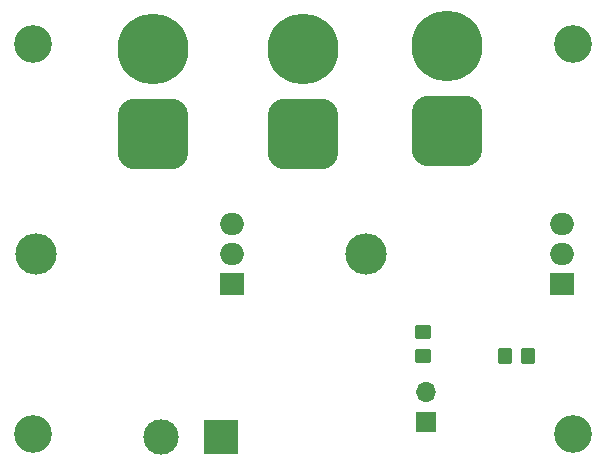
<source format=gts>
G04 #@! TF.GenerationSoftware,KiCad,Pcbnew,6.0.9-8da3e8f707~116~ubuntu22.04.1*
G04 #@! TF.CreationDate,2022-12-04T14:58:13+01:00*
G04 #@! TF.ProjectId,24V_board,3234565f-626f-4617-9264-2e6b69636164,rev?*
G04 #@! TF.SameCoordinates,Original*
G04 #@! TF.FileFunction,Soldermask,Top*
G04 #@! TF.FilePolarity,Negative*
%FSLAX46Y46*%
G04 Gerber Fmt 4.6, Leading zero omitted, Abs format (unit mm)*
G04 Created by KiCad (PCBNEW 6.0.9-8da3e8f707~116~ubuntu22.04.1) date 2022-12-04 14:58:13*
%MOMM*%
%LPD*%
G01*
G04 APERTURE LIST*
G04 Aperture macros list*
%AMRoundRect*
0 Rectangle with rounded corners*
0 $1 Rounding radius*
0 $2 $3 $4 $5 $6 $7 $8 $9 X,Y pos of 4 corners*
0 Add a 4 corners polygon primitive as box body*
4,1,4,$2,$3,$4,$5,$6,$7,$8,$9,$2,$3,0*
0 Add four circle primitives for the rounded corners*
1,1,$1+$1,$2,$3*
1,1,$1+$1,$4,$5*
1,1,$1+$1,$6,$7*
1,1,$1+$1,$8,$9*
0 Add four rect primitives between the rounded corners*
20,1,$1+$1,$2,$3,$4,$5,0*
20,1,$1+$1,$4,$5,$6,$7,0*
20,1,$1+$1,$6,$7,$8,$9,0*
20,1,$1+$1,$8,$9,$2,$3,0*%
G04 Aperture macros list end*
%ADD10O,3.500000X3.500000*%
%ADD11R,2.000000X1.905000*%
%ADD12O,2.000000X1.905000*%
%ADD13RoundRect,1.500000X1.500000X-1.500000X1.500000X1.500000X-1.500000X1.500000X-1.500000X-1.500000X0*%
%ADD14C,6.000000*%
%ADD15RoundRect,0.250000X0.450000X-0.350000X0.450000X0.350000X-0.450000X0.350000X-0.450000X-0.350000X0*%
%ADD16C,3.200000*%
%ADD17R,3.000000X3.000000*%
%ADD18C,3.000000*%
%ADD19R,1.700000X1.700000*%
%ADD20O,1.700000X1.700000*%
%ADD21RoundRect,0.250000X-0.350000X-0.450000X0.350000X-0.450000X0.350000X0.450000X-0.350000X0.450000X0*%
G04 APERTURE END LIST*
D10*
X167830000Y-48260000D03*
D11*
X184490000Y-50800000D03*
D12*
X184490000Y-48260000D03*
X184490000Y-45720000D03*
D13*
X174752000Y-37890000D03*
D14*
X174752000Y-30690000D03*
D13*
X162560000Y-38100000D03*
D14*
X162560000Y-30900000D03*
D15*
X172720000Y-56880000D03*
X172720000Y-54880000D03*
D16*
X185420000Y-30480000D03*
D10*
X139890000Y-48260000D03*
D11*
X156550000Y-50800000D03*
D12*
X156550000Y-48260000D03*
X156550000Y-45720000D03*
D16*
X139700000Y-30480000D03*
D17*
X155566324Y-63775251D03*
D18*
X150486324Y-63775251D03*
D16*
X185420000Y-63500000D03*
D19*
X172974000Y-62484000D03*
D20*
X172974000Y-59944000D03*
D21*
X179594000Y-56896000D03*
X181594000Y-56896000D03*
D16*
X139700000Y-63500000D03*
D13*
X149860000Y-38100000D03*
D14*
X149860000Y-30900000D03*
M02*

</source>
